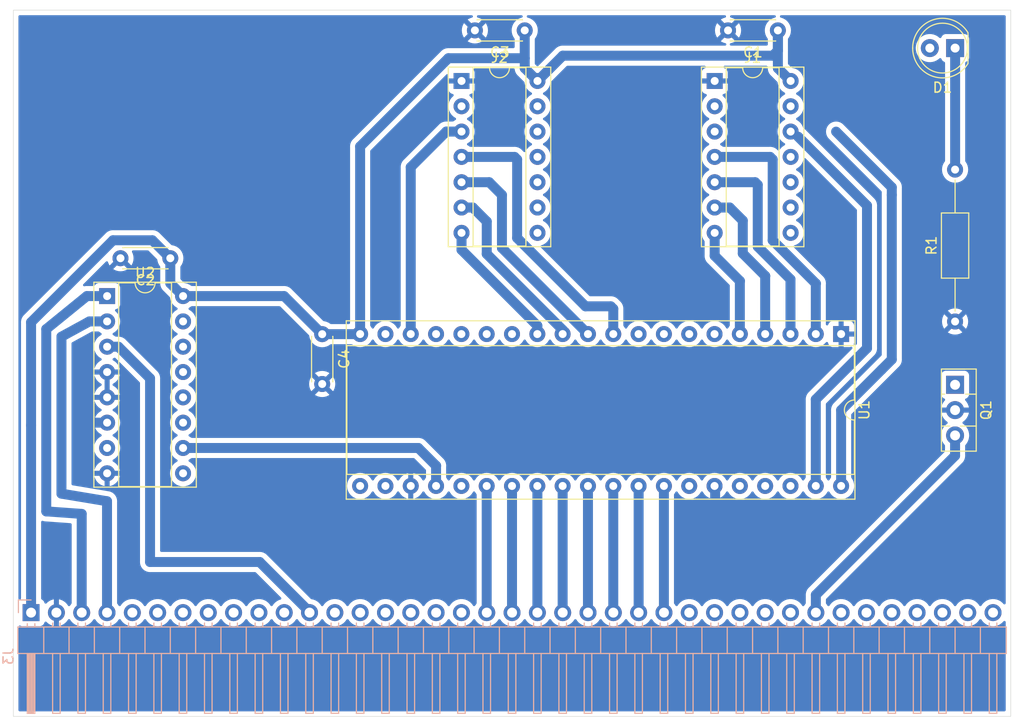
<source format=kicad_pcb>
(kicad_pcb (version 20211014) (generator pcbnew)
  (layers (0 "F.Cu" jumper) (31 "B.Cu" signal) (34 "B.Paste" user) (35 "F.Paste" user) (36 "B.SilkS" user "B.Silkscreen") (37 "F.SilkS" user "F.Silkscreen") (38 "B.Mask" user) (39 "F.Mask" user) (44 "Edge.Cuts" user))
  (net 0 "")
  (net 1 "Net-(D1-Pad1)")
  (net 2 "Net-(D1-Pad2)")
  (net 3 "GND")
  (net 4 "/PA4")
  (net 6 "/PA5")
  (net 7 "/CA1")
  (net 8 "/PA6")
  (net 9 "/PA0")
  (net 10 "/PA7")
  (net 11 "/PA1")
  (net 12 "/CA2")
  (net 13 "/PA2")
  (net 15 "/PA3")
  (net 16 "+5V")
  (net 17 "/PB3")
  (net 19 "/PB2")
  (net 20 "/CB2")
  (net 21 "/PB1")
  (net 22 "/PB7")
  (net 23 "/PB0")
  (net 24 "/PB6")
  (net 25 "/CB1")
  (net 26 "/PB5")
  (net 28 "/PB4")
  (net 29 "/A15")
  (net 30 "/A14")
  (net 38 "/A6")
  (net 41 "/A3")
  (net 42 "/A2")
  (net 43 "/A1")
  (net 44 "/A0")
  (net 45 "/D7")
  (net 46 "/D6")
  (net 47 "/D5")
  (net 48 "/D4")
  (net 49 "/D3")
  (net 50 "/D2")
  (net 51 "/D1")
  (net 52 "/D0")
  (net 53 "Net-(J3-Pad27)")
  (net 54 "Net-(J3-Pad28)")
  (net 55 "Net-(J3-Pad29)")
  (net 58 "Net-(J3-Pad32)")
  (net 60 "Net-(Q1-Pad1)")
  (net 74 "Net-(R2-Pad2)")
  (footprint "LED_THT:LED_D5.0mm" (layer "F.Cu") (at 147.325 103.378 180)
    (fp_text reference "D1" (at 1.27 -3.96) (layer "F.SilkS"))
    (fp_text value "LED")
    (pad "1" thru_hole rect (at 0 0 180) (size 1.8 1.8) (drill 0.9) (layers *.Cu *.Mask) (net 1 "Net-(D1-Pad1)"))
    (pad "2" thru_hole circle (at 2.54 0 180) (size 1.8 1.8) (drill 0.9) (layers *.Cu *.Mask) (net 2 "Net-(D1-Pad2)"))
  )
  (footprint "Package_DIP:DIP-14_W7.62mm_Socket" (layer "F.Cu") (at 97.8 106.675)
    (fp_text reference "J2" (at 3.81 -2.33) (layer "F.SilkS"))
    (fp_text value "port B")
    (pad "1" thru_hole rect (at 0 0) (size 1.6 1.6) (drill 0.8) (layers *.Cu *.Mask) (net 3 "GND"))
    (pad "2" thru_hole oval (at 0 2.54) (size 1.6 1.6) (drill 0.8) (layers *.Cu *.Mask))
    (pad "3" thru_hole oval (at 0 5.08) (size 1.6 1.6) (drill 0.8) (layers *.Cu *.Mask) (net 25 "/CB1"))
    (pad "4" thru_hole oval (at 0 7.62) (size 1.6 1.6) (drill 0.8) (layers *.Cu *.Mask) (net 23 "/PB0"))
    (pad "5" thru_hole oval (at 0 10.16) (size 1.6 1.6) (drill 0.8) (layers *.Cu *.Mask) (net 21 "/PB1"))
    (pad "6" thru_hole oval (at 0 12.7) (size 1.6 1.6) (drill 0.8) (layers *.Cu *.Mask) (net 19 "/PB2"))
    (pad "7" thru_hole oval (at 0 15.24) (size 1.6 1.6) (drill 0.8) (layers *.Cu *.Mask) (net 17 "/PB3"))
    (pad "8" thru_hole oval (at 7.62 15.24) (size 1.6 1.6) (drill 0.8) (layers *.Cu *.Mask) (net 28 "/PB4"))
    (pad "9" thru_hole oval (at 7.62 12.7) (size 1.6 1.6) (drill 0.8) (layers *.Cu *.Mask) (net 26 "/PB5"))
    (pad "10" thru_hole oval (at 7.62 10.16) (size 1.6 1.6) (drill 0.8) (layers *.Cu *.Mask) (net 24 "/PB6"))
    (pad "11" thru_hole oval (at 7.62 7.62) (size 1.6 1.6) (drill 0.8) (layers *.Cu *.Mask) (net 22 "/PB7"))
    (pad "12" thru_hole oval (at 7.62 5.08) (size 1.6 1.6) (drill 0.8) (layers *.Cu *.Mask) (net 20 "/CB2"))
    (pad "13" thru_hole oval (at 7.62 2.54) (size 1.6 1.6) (drill 0.8) (layers *.Cu *.Mask))
    (pad "14" thru_hole oval (at 7.62 0) (size 1.6 1.6) (drill 0.8) (layers *.Cu *.Mask) (net 16 "+5V"))
  )
  (footprint "Package_TO_SOT_THT:TO-126-3_Vertical" (layer "F.Cu") (at 147.32 137.16 -90)
    (fp_text reference "Q1" (at 2.54 -3.12 -90) (layer "F.SilkS"))
    (fp_text value "2SB817")
    (pad "1" thru_hole rect (at 0 0 270) (size 1.8 1.8) (drill 1) (layers *.Cu *.Mask) (net 60 "Net-(Q1-Pad1)"))
    (pad "2" thru_hole oval (at 2.54 0 270) (size 1.8 1.8) (drill 1) (layers *.Cu *.Mask) (net 3 "GND"))
    (pad "3" thru_hole oval (at 5.08 0 270) (size 1.8 1.8) (drill 1) (layers *.Cu *.Mask) (net 58 "Net-(J3-Pad32)"))
  )
  (footprint "Resistor_THT:R_Axial_DIN0207_L6.3mm_D2.5mm_P15.24mm_Horizontal" (layer "F.Cu") (at 147.32 130.81 90)
    (fp_text reference "R1" (at 7.62 -2.37 90) (layer "F.SilkS"))
    (fp_text value "R")
    (pad "1" thru_hole circle (at 0 0 90) (size 1.6 1.6) (drill 0.8) (layers *.Cu *.Mask) (net 3 "GND"))
    (pad "2" thru_hole oval (at 15.24 0 90) (size 1.6 1.6) (drill 0.8) (layers *.Cu *.Mask) (net 1 "Net-(D1-Pad1)"))
  )
  (footprint "Package_DIP:DIP-40_W15.24mm_Socket" (layer "F.Cu") (at 135.885 132.07 -90)
    (fp_text reference "U1" (at 7.62 -2.33 90) (layer "F.SilkS"))
    (fp_text value "W65C22")
    (pad "1" thru_hole rect (at 0 0 270) (size 1.6 1.6) (drill 0.8) (layers *.Cu *.Mask) (net 3 "GND"))
    (pad "2" thru_hole oval (at 0 2.54 270) (size 1.6 1.6) (drill 0.8) (layers *.Cu *.Mask) (net 9 "/PA0"))
    (pad "3" thru_hole oval (at 0 5.08 270) (size 1.6 1.6) (drill 0.8) (layers *.Cu *.Mask) (net 11 "/PA1"))
    (pad "4" thru_hole oval (at 0 7.62 270) (size 1.6 1.6) (drill 0.8) (layers *.Cu *.Mask) (net 13 "/PA2"))
    (pad "5" thru_hole oval (at 0 10.16 270) (size 1.6 1.6) (drill 0.8) (layers *.Cu *.Mask) (net 15 "/PA3"))
    (pad "6" thru_hole oval (at 0 12.7 270) (size 1.6 1.6) (drill 0.8) (layers *.Cu *.Mask) (net 4 "/PA4"))
    (pad "7" thru_hole oval (at 0 15.24 270) (size 1.6 1.6) (drill 0.8) (layers *.Cu *.Mask) (net 6 "/PA5"))
    (pad "8" thru_hole oval (at 0 17.78 270) (size 1.6 1.6) (drill 0.8) (layers *.Cu *.Mask) (net 8 "/PA6"))
    (pad "9" thru_hole oval (at 0 20.32 270) (size 1.6 1.6) (drill 0.8) (layers *.Cu *.Mask) (net 10 "/PA7"))
    (pad "10" thru_hole oval (at 0 22.86 270) (size 1.6 1.6) (drill 0.8) (layers *.Cu *.Mask) (net 23 "/PB0"))
    (pad "11" thru_hole oval (at 0 25.4 270) (size 1.6 1.6) (drill 0.8) (layers *.Cu *.Mask) (net 21 "/PB1"))
    (pad "12" thru_hole oval (at 0 27.94 270) (size 1.6 1.6) (drill 0.8) (layers *.Cu *.Mask) (net 19 "/PB2"))
    (pad "13" thru_hole oval (at 0 30.48 270) (size 1.6 1.6) (drill 0.8) (layers *.Cu *.Mask) (net 17 "/PB3"))
    (pad "14" thru_hole oval (at 0 33.02 270) (size 1.6 1.6) (drill 0.8) (layers *.Cu *.Mask) (net 28 "/PB4"))
    (pad "15" thru_hole oval (at 0 35.56 270) (size 1.6 1.6) (drill 0.8) (layers *.Cu *.Mask) (net 26 "/PB5"))
    (pad "16" thru_hole oval (at 0 38.1 270) (size 1.6 1.6) (drill 0.8) (layers *.Cu *.Mask) (net 24 "/PB6"))
    (pad "17" thru_hole oval (at 0 40.64 270) (size 1.6 1.6) (drill 0.8) (layers *.Cu *.Mask) (net 22 "/PB7"))
    (pad "18" thru_hole oval (at 0 43.18 270) (size 1.6 1.6) (drill 0.8) (layers *.Cu *.Mask) (net 25 "/CB1"))
    (pad "19" thru_hole oval (at 0 45.72 270) (size 1.6 1.6) (drill 0.8) (layers *.Cu *.Mask) (net 20 "/CB2"))
    (pad "20" thru_hole oval (at 0 48.26 270) (size 1.6 1.6) (drill 0.8) (layers *.Cu *.Mask) (net 16 "+5V"))
    (pad "21" thru_hole oval (at 15.24 48.26 270) (size 1.6 1.6) (drill 0.8) (layers *.Cu *.Mask) (net 60 "Net-(Q1-Pad1)"))
    (pad "22" thru_hole oval (at 15.24 45.72 270) (size 1.6 1.6) (drill 0.8) (layers *.Cu *.Mask) (net 54 "Net-(J3-Pad28)"))
    (pad "23" thru_hole oval (at 15.24 43.18 270) (size 1.6 1.6) (drill 0.8) (layers *.Cu *.Mask) (net 3 "GND"))
    (pad "24" thru_hole oval (at 15.24 40.64 270) (size 1.6 1.6) (drill 0.8) (layers *.Cu *.Mask) (net 2 "Net-(D1-Pad2)"))
    (pad "25" thru_hole oval (at 15.24 38.1 270) (size 1.6 1.6) (drill 0.8) (layers *.Cu *.Mask) (net 53 "Net-(J3-Pad27)"))
    (pad "26" thru_hole oval (at 15.24 35.56 270) (size 1.6 1.6) (drill 0.8) (layers *.Cu *.Mask) (net 45 "/D7"))
    (pad "27" thru_hole oval (at 15.24 33.02 270) (size 1.6 1.6) (drill 0.8) (layers *.Cu *.Mask) (net 46 "/D6"))
    (pad "28" thru_hole oval (at 15.24 30.48 270) (size 1.6 1.6) (drill 0.8) (layers *.Cu *.Mask) (net 47 "/D5"))
    (pad "29" thru_hole oval (at 15.24 27.94 270) (size 1.6 1.6) (drill 0.8) (layers *.Cu *.Mask) (net 48 "/D4"))
    (pad "30" thru_hole oval (at 15.24 25.4 270) (size 1.6 1.6) (drill 0.8) (layers *.Cu *.Mask) (net 49 "/D3"))
    (pad "31" thru_hole oval (at 15.24 22.86 270) (size 1.6 1.6) (drill 0.8) (layers *.Cu *.Mask) (net 50 "/D2"))
    (pad "32" thru_hole oval (at 15.24 20.32 270) (size 1.6 1.6) (drill 0.8) (layers *.Cu *.Mask) (net 51 "/D1"))
    (pad "33" thru_hole oval (at 15.24 17.78 270) (size 1.6 1.6) (drill 0.8) (layers *.Cu *.Mask) (net 52 "/D0"))
    (pad "34" thru_hole oval (at 15.24 15.24 270) (size 1.6 1.6) (drill 0.8) (layers *.Cu *.Mask) (net 55 "Net-(J3-Pad29)"))
    (pad "35" thru_hole oval (at 15.24 12.7 270) (size 1.6 1.6) (drill 0.8) (layers *.Cu *.Mask) (net 41 "/A3"))
    (pad "36" thru_hole oval (at 15.24 10.16 270) (size 1.6 1.6) (drill 0.8) (layers *.Cu *.Mask) (net 42 "/A2"))
    (pad "37" thru_hole oval (at 15.24 7.62 270) (size 1.6 1.6) (drill 0.8) (layers *.Cu *.Mask) (net 43 "/A1"))
    (pad "38" thru_hole oval (at 15.24 5.08 270) (size 1.6 1.6) (drill 0.8) (layers *.Cu *.Mask) (net 44 "/A0"))
    (pad "39" thru_hole oval (at 15.24 2.54 270) (size 1.6 1.6) (drill 0.8) (layers *.Cu *.Mask) (net 12 "/CA2"))
    (pad "40" thru_hole oval (at 15.24 0 270) (size 1.6 1.6) (drill 0.8) (layers *.Cu *.Mask) (net 7 "/CA1"))
  )
  (footprint "Package_DIP:DIP-16_W7.62mm_Socket" (layer "F.Cu") (at 62.24 128.26)
    (fp_text reference "U2" (at 3.81 -2.33) (layer "F.SilkS"))
    (fp_text value "74HC238")
    (pad "1" thru_hole rect (at 0 0) (size 1.6 1.6) (drill 0.8) (layers *.Cu *.Mask) (net 29 "/A15"))
    (pad "2" thru_hole oval (at 0 2.54) (size 1.6 1.6) (drill 0.8) (layers *.Cu *.Mask) (net 30 "/A14"))
    (pad "3" thru_hole oval (at 0 5.08) (size 1.6 1.6) (drill 0.8) (layers *.Cu *.Mask) (net 38 "/A6"))
    (pad "4" thru_hole oval (at 0 7.62) (size 1.6 1.6) (drill 0.8) (layers *.Cu *.Mask) (net 3 "GND"))
    (pad "5" thru_hole oval (at 0 10.16) (size 1.6 1.6) (drill 0.8) (layers *.Cu *.Mask) (net 3 "GND"))
    (pad "6" thru_hole oval (at 0 12.7) (size 1.6 1.6) (drill 0.8) (layers *.Cu *.Mask) (net 74 "Net-(R2-Pad2)"))
    (pad "7" thru_hole oval (at 0 15.24) (size 1.6 1.6) (drill 0.8) (layers *.Cu *.Mask))
    (pad "8" thru_hole oval (at 0 17.78) (size 1.6 1.6) (drill 0.8) (layers *.Cu *.Mask) (net 3 "GND"))
    (pad "9" thru_hole oval (at 7.62 17.78) (size 1.6 1.6) (drill 0.8) (layers *.Cu *.Mask))
    (pad "10" thru_hole oval (at 7.62 15.24) (size 1.6 1.6) (drill 0.8) (layers *.Cu *.Mask) (net 2 "Net-(D1-Pad2)"))
    (pad "11" thru_hole oval (at 7.62 12.7) (size 1.6 1.6) (drill 0.8) (layers *.Cu *.Mask))
    (pad "12" thru_hole oval (at 7.62 10.16) (size 1.6 1.6) (drill 0.8) (layers *.Cu *.Mask))
    (pad "13" thru_hole oval (at 7.62 7.62) (size 1.6 1.6) (drill 0.8) (layers *.Cu *.Mask))
    (pad "14" thru_hole oval (at 7.62 5.08) (size 1.6 1.6) (drill 0.8) (layers *.Cu *.Mask))
    (pad "15" thru_hole oval (at 7.62 2.54) (size 1.6 1.6) (drill 0.8) (layers *.Cu *.Mask))
    (pad "16" thru_hole oval (at 7.62 0) (size 1.6 1.6) (drill 0.8) (layers *.Cu *.Mask) (net 16 "+5V"))
  )
  (footprint "Package_DIP:DIP-14_W7.62mm_Socket" (layer "F.Cu") (at 123.2 106.675)
    (fp_text reference "J1" (at 3.81 -2.33) (layer "F.SilkS"))
    (fp_text value "port A")
    (pad "1" thru_hole rect locked (at 0 0) (size 1.6 1.6) (drill 0.8) (layers *.Cu *.Mask) (net 3 "GND"))
    (pad "2" thru_hole oval locked (at 0 2.54) (size 1.6 1.6) (drill 0.8) (layers *.Cu *.Mask))
    (pad "3" thru_hole oval locked (at 0 5.08) (size 1.6 1.6) (drill 0.8) (layers *.Cu *.Mask) (net 7 "/CA1"))
    (pad "4" thru_hole oval locked (at 0 7.62) (size 1.6 1.6) (drill 0.8) (layers *.Cu *.Mask) (net 9 "/PA0"))
    (pad "5" thru_hole oval locked (at 0 10.16) (size 1.6 1.6) (drill 0.8) (layers *.Cu *.Mask) (net 11 "/PA1"))
    (pad "6" thru_hole oval locked (at 0 12.7) (size 1.6 1.6) (drill 0.8) (layers *.Cu *.Mask) (net 13 "/PA2"))
    (pad "7" thru_hole oval locked (at 0 15.24) (size 1.6 1.6) (drill 0.8) (layers *.Cu *.Mask) (net 15 "/PA3"))
    (pad "8" thru_hole oval locked (at 7.62 15.24) (size 1.6 1.6) (drill 0.8) (layers *.Cu *.Mask) (net 4 "/PA4"))
    (pad "9" thru_hole oval locked (at 7.62 12.7) (size 1.6 1.6) (drill 0.8) (layers *.Cu *.Mask) (net 6 "/PA5"))
    (pad "10" thru_hole oval locked (at 7.62 10.16) (size 1.6 1.6) (drill 0.8) (layers *.Cu *.Mask) (net 8 "/PA6"))
    (pad "11" thru_hole oval locked (at 7.62 7.62) (size 1.6 1.6) (drill 0.8) (layers *.Cu *.Mask) (net 10 "/PA7"))
    (pad "12" thru_hole oval locked (at 7.62 5.08) (size 1.6 1.6) (drill 0.8) (layers *.Cu *.Mask) (net 12 "/CA2"))
    (pad "13" thru_hole oval locked (at 7.62 2.54) (size 1.6 1.6) (drill 0.8) (layers *.Cu *.Mask))
    (pad "14" thru_hole oval locked (at 7.62 0) (size 1.6 1.6) (drill 0.8) (layers *.Cu *.Mask) (net 16 "+5V"))
  )
  (footprint "Capacitor_THT:C_Disc_D4.3mm_W1.9mm_P5.00mm" (layer "F.Cu") (at 83.82 132.08 -90)
    (fp_text reference "C4" (at 2.5 -2.2 -270) (layer "F.SilkS"))
    (fp_text value "C")
    (pad "1" thru_hole circle (at 0 0 270) (size 1.6 1.6) (drill 0.8) (layers *.Cu *.Mask) (net 16 "+5V"))
    (pad "2" thru_hole circle (at 5 0 270) (size 1.6 1.6) (drill 0.8) (layers *.Cu *.Mask) (net 3 "GND"))
  )
  (footprint "Capacitor_THT:C_Disc_D4.3mm_W1.9mm_P5.00mm" (layer "F.Cu") (at 104.14 101.6 180)
    (fp_text reference "C3" (at 2.5 -2.2) (layer "F.SilkS"))
    (fp_text value "C")
    (pad "1" thru_hole circle (at 0 0 180) (size 1.6 1.6) (drill 0.8) (layers *.Cu *.Mask) (net 16 "+5V"))
    (pad "2" thru_hole circle (at 5 0 180) (size 1.6 1.6) (drill 0.8) (layers *.Cu *.Mask) (net 3 "GND"))
  )
  (footprint "Capacitor_THT:C_Disc_D4.3mm_W1.9mm_P5.00mm" (layer "F.Cu") (at 129.54 101.6 180)
    (fp_text reference "C1" (at 2.5 -2.2) (layer "F.SilkS"))
    (fp_text value "C")
    (pad "1" thru_hole circle (at 0 0 180) (size 1.6 1.6) (drill 0.8) (layers *.Cu *.Mask) (net 16 "+5V"))
    (pad "2" thru_hole circle (at 5 0 180) (size 1.6 1.6) (drill 0.8) (layers *.Cu *.Mask) (net 3 "GND"))
  )
  (footprint "Capacitor_THT:C_Disc_D4.3mm_W1.9mm_P5.00mm" (layer "F.Cu") (at 68.58 124.46 180)
    (fp_text reference "C2" (at 2.5 -2.2) (layer "F.SilkS"))
    (fp_text value "C")
    (pad "1" thru_hole circle (at 0 0 180) (size 1.6 1.6) (drill 0.8) (layers *.Cu *.Mask) (net 16 "+5V"))
    (pad "2" thru_hole circle (at 5 0 180) (size 1.6 1.6) (drill 0.8) (layers *.Cu *.Mask) (net 3 "GND"))
  )
  (footprint "Connector_PinHeader_2.54mm:PinHeader_1x39_P2.54mm_Horizontal" (layer "B.Cu") (at 54.61 160.02 -90)
    (fp_text reference "J3" (at 4.385 2.27 -90) (layer "B.SilkS") (effects (justify mirror)))
    (fp_text value "myBus")
    (pad "1" thru_hole rect (at 0 0 270) (size 1.7 1.7) (drill 1) (layers *.Cu *.Mask) (net 16 "+5V"))
    (pad "2" thru_hole oval (at 0 -2.54 270) (size 1.7 1.7) (drill 1) (layers *.Cu *.Mask) (net 3 "GND"))
    (pad "3" thru_hole oval (at 0 -5.08 270) (size 1.7 1.7) (drill 1) (layers *.Cu *.Mask) (net 29 "/A15"))
    (pad "4" thru_hole oval (at 0 -7.62 270) (size 1.7 1.7) (drill 1) (layers *.Cu *.Mask) (net 30 "/A14"))
    (pad "5" thru_hole oval (at 0 -10.16 270) (size 1.7 1.7) (drill 1) (layers *.Cu *.Mask))
    (pad "6" thru_hole oval (at 0 -12.7 270) (size 1.7 1.7) (drill 1) (layers *.Cu *.Mask))
    (pad "7" thru_hole oval (at 0 -15.24 270) (size 1.7 1.7) (drill 1) (layers *.Cu *.Mask))
    (pad "8" thru_hole oval (at 0 -17.78 270) (size 1.7 1.7) (drill 1) (layers *.Cu *.Mask))
    (pad "9" thru_hole oval (at 0 -20.32 270) (size 1.7 1.7) (drill 1) (layers *.Cu *.Mask))
    (pad "10" thru_hole oval (at 0 -22.86 270) (size 1.7 1.7) (drill 1) (layers *.Cu *.Mask))
    (pad "11" thru_hole oval (at 0 -25.4 270) (size 1.7 1.7) (drill 1) (layers *.Cu *.Mask))
    (pad "12" thru_hole oval (at 0 -27.94 270) (size 1.7 1.7) (drill 1) (layers *.Cu *.Mask) (net 38 "/A6"))
    (pad "13" thru_hole oval (at 0 -30.48 270) (size 1.7 1.7) (drill 1) (layers *.Cu *.Mask))
    (pad "14" thru_hole oval (at 0 -33.02 270) (size 1.7 1.7) (drill 1) (layers *.Cu *.Mask))
    (pad "15" thru_hole oval (at 0 -35.56 270) (size 1.7 1.7) (drill 1) (layers *.Cu *.Mask) (net 41 "/A3"))
    (pad "16" thru_hole oval (at 0 -38.1 270) (size 1.7 1.7) (drill 1) (layers *.Cu *.Mask) (net 42 "/A2"))
    (pad "17" thru_hole oval (at 0 -40.64 270) (size 1.7 1.7) (drill 1) (layers *.Cu *.Mask) (net 43 "/A1"))
    (pad "18" thru_hole oval (at 0 -43.18 270) (size 1.7 1.7) (drill 1) (layers *.Cu *.Mask) (net 44 "/A0"))
    (pad "19" thru_hole oval (at 0 -45.72 270) (size 1.7 1.7) (drill 1) (layers *.Cu *.Mask) (net 45 "/D7"))
    (pad "20" thru_hole oval (at 0 -48.26 270) (size 1.7 1.7) (drill 1) (layers *.Cu *.Mask) (net 46 "/D6"))
    (pad "21" thru_hole oval (at 0 -50.8 270) (size 1.7 1.7) (drill 1) (layers *.Cu *.Mask) (net 47 "/D5"))
    (pad "22" thru_hole oval (at 0 -53.34 270) (size 1.7 1.7) (drill 1) (layers *.Cu *.Mask) (net 48 "/D4"))
    (pad "23" thru_hole oval (at 0 -55.88 270) (size 1.7 1.7) (drill 1) (layers *.Cu *.Mask) (net 49 "/D3"))
    (pad "24" thru_hole oval (at 0 -58.42 270) (size 1.7 1.7) (drill 1) (layers *.Cu *.Mask) (net 50 "/D2"))
    (pad "25" thru_hole oval (at 0 -60.96 270) (size 1.7 1.7) (drill 1) (layers *.Cu *.Mask) (net 51 "/D1"))
    (pad "26" thru_hole oval (at 0 -63.5 270) (size 1.7 1.7) (drill 1) (layers *.Cu *.Mask) (net 52 "/D0"))
    (pad "27" thru_hole oval (at 0 -66.04 270) (size 1.7 1.7) (drill 1) (layers *.Cu *.Mask) (net 53 "Net-(J3-Pad27)"))
    (pad "28" thru_hole oval (at 0 -68.58 270) (size 1.7 1.7) (drill 1) (layers *.Cu *.Mask) (net 54 "Net-(J3-Pad28)"))
    (pad "29" thru_hole oval (at 0 -71.12 270) (size 1.7 1.7) (drill 1) (layers *.Cu *.Mask) (net 55 "Net-(J3-Pad29)"))
    (pad "30" thru_hole oval (at 0 -73.66 270) (size 1.7 1.7) (drill 1) (layers *.Cu *.Mask))
    (pad "31" thru_hole oval (at 0 -76.2 270) (size 1.7 1.7) (drill 1) (layers *.Cu *.Mask))
    (pad "32" thru_hole oval (at 0 -78.74 270) (size 1.7 1.7) (drill 1) (layers *.Cu *.Mask) (net 58 "Net-(J3-Pad32)"))
    (pad "33" thru_hole oval (at 0 -81.28 270) (size 1.7 1.7) (drill 1) (layers *.Cu *.Mask))
    (pad "34" thru_hole oval (at 0 -83.82 270) (size 1.7 1.7) (drill 1) (layers *.Cu *.Mask))
    (pad "35" thru_hole oval (at 0 -86.36 270) (size 1.7 1.7) (drill 1) (layers *.Cu *.Mask))
    (pad "36" thru_hole oval (at 0 -88.9 270) (size 1.7 1.7) (drill 1) (layers *.Cu *.Mask))
    (pad "37" thru_hole oval (at 0 -91.44 270) (size 1.7 1.7) (drill 1) (layers *.Cu *.Mask))
    (pad "38" thru_hole oval (at 0 -93.98 270) (size 1.7 1.7) (drill 1) (layers *.Cu *.Mask))
    (pad "39" thru_hole oval (at 0 -96.52 270) (size 1.7 1.7) (drill 1) (layers *.Cu *.Mask))
  )
  (gr_rect (start 152.908 170.434) (end 52.832 99.568) (layer "Edge.Cuts") (width 0.05) (fill none))
  (segment (start 147.325 103.378) (end 147.325 115.565) (width 1) (layer "B.Cu") (net 1))
  (segment (start 147.325 115.565) (end 147.32 115.57) (width 1) (layer "B.Cu") (net 1))
  (segment (start 95.25 145.288) (end 95.245 145.293) (width 1) (layer "B.Cu") (net 2))
  (segment (start 93.462 143.5) (end 95.25 145.288) (width 1) (layer "B.Cu") (net 2))
  (segment (start 95.245 145.293) (end 95.245 147.31) (width 1) (layer "B.Cu") (net 2))
  (segment (start 69.86 143.5) (end 93.462 143.5) (width 1) (layer "B.Cu") (net 2))
  (segment (start 140.97 118.11) (end 140.97 117.348) (width 1) (layer "B.Cu") (net 7))
  (segment (start 140.97 117.348) (end 135.382 111.76) (width 1) (layer "B.Cu") (net 7))
  (segment (start 135.885 147.31) (end 135.885 139.705) (width 1) (layer "B.Cu") (net 7))
  (segment (start 140.97 134.62) (end 140.97 118.11) (width 1) (layer "B.Cu") (net 7))
  (segment (start 139.954 135.636) (end 140.97 134.62) (width 1) (layer "B.Cu") (net 7))
  (segment (start 135.885 139.705) (end 139.954 135.636) (width 1) (layer "B.Cu") (net 7))
  (segment (start 123.2 114.295) (end 128.761 114.295) (width 1) (layer "B.Cu") (net 9))
  (segment (start 129.02 122.67) (end 133.35 127) (width 1) (layer "B.Cu") (net 9))
  (segment (start 129.02 114.554) (end 129.02 122.67) (width 1) (layer "B.Cu") (net 9))
  (segment (start 133.35 127) (end 133.345 127.005) (width 1) (layer "B.Cu") (net 9))
  (segment (start 128.761 114.295) (end 129.02 114.554) (width 1) (layer "B.Cu") (net 9))
  (segment (start 133.345 127.005) (end 133.345 132.07) (width 1) (layer "B.Cu") (net 9))
  (segment (start 127.52 123.29132) (end 130.805 126.57632) (width 1) (layer "B.Cu") (net 11))
  (segment (start 123.2 116.835) (end 127.261 116.835) (width 1) (layer "B.Cu") (net 11))
  (segment (start 127.52 117.094) (end 127.52 123.29132) (width 1) (layer "B.Cu") (net 11))
  (segment (start 130.805 126.57632) (end 130.805 132.07) (width 1) (layer "B.Cu") (net 11))
  (segment (start 127.261 116.835) (end 127.52 117.094) (width 1) (layer "B.Cu") (net 11))
  (segment (start 138.481368 119.177368) (end 131.572 112.268) (width 1) (layer "B.Cu") (net 12))
  (segment (start 138.481368 133.490001) (end 138.481368 119.177368) (width 1) (layer "B.Cu") (net 12))
  (segment (start 133.345 138.626369) (end 138.481368 133.490001) (width 1) (layer "B.Cu") (net 12))
  (segment (start 133.345 147.31) (end 133.345 138.626369) (width 1) (layer "B.Cu") (net 12))
  (segment (start 123.2 119.375) (end 124.709 119.375) (width 1) (layer "B.Cu") (net 13))
  (segment (start 126.02 123.988) (end 128.27 126.238) (width 1) (layer "B.Cu") (net 13))
  (segment (start 124.709 119.375) (end 126.02 120.686) (width 1) (layer "B.Cu") (net 13))
  (segment (start 128.265 126.243) (end 128.265 132.07) (width 1) (layer "B.Cu") (net 13))
  (segment (start 126.02 120.686) (end 126.02 123.988) (width 1) (layer "B.Cu") (net 13))
  (segment (start 128.27 126.238) (end 128.265 126.243) (width 1) (layer "B.Cu") (net 13))
  (segment (start 125.725 126.751) (end 125.725 132.07) (width 1) (layer "B.Cu") (net 15))
  (segment (start 123.2 121.915) (end 123.2 124.216) (width 1) (layer "B.Cu") (net 15))
  (segment (start 123.2 124.216) (end 125.73 126.746) (width 1) (layer "B.Cu") (net 15))
  (segment (start 125.73 126.746) (end 125.725 126.751) (width 1) (layer "B.Cu") (net 15))
  (segment (start 129.032 104.14) (end 129.54 103.632) (width 1) (layer "B.Cu") (net 16))
  (segment (start 105.42 106.675) (end 107.955 104.14) (width 1) (layer "B.Cu") (net 16))
  (segment (start 96.481 104.394) (end 104.14 104.394) (width 1) (layer "B.Cu") (net 16))
  (segment (start 54.61 130.884415) (end 62.834415 122.66) (width 1) (layer "B.Cu") (net 16))
  (segment (start 54.61 141.224) (end 54.61 130.884415) (width 1) (layer "B.Cu") (net 16))
  (segment (start 104.14 104.394) (end 104.14 105.395) (width 1) (layer "B.Cu") (net 16))
  (segment (start 54.61 160.02) (end 54.61 141.224) (width 1) (layer "B.Cu") (net 16))
  (segment (start 87.615 132.08) (end 87.625 132.07) (width 1) (layer "B.Cu") (net 16))
  (segment (start 87.625 132.07) (end 87.625 113.25) (width 1) (layer "B.Cu") (net 16))
  (segment (start 104.14 101.6) (end 104.14 104.394) (width 1) (layer "B.Cu") (net 16))
  (segment (start 66.78 122.66) (end 68.58 124.46) (width 1) (layer "B.Cu") (net 16))
  (segment (start 69.86 128.26) (end 80 128.26) (width 1) (layer "B.Cu") (net 16))
  (segment (start 68.58 126.98) (end 69.86 128.26) (width 1) (layer "B.Cu") (net 16))
  (segment (start 129.54 105.395) (end 130.82 106.675) (width 1) (layer "B.Cu") (net 16))
  (segment (start 87.625 113.25) (end 96.481 104.394) (width 1) (layer "B.Cu") (net 16))
  (segment (start 83.82 132.08) (end 87.615 132.08) (width 1) (layer "B.Cu") (net 16))
  (segment (start 129.54 103.632) (end 129.54 101.6) (width 1) (layer "B.Cu") (net 16))
  (segment (start 129.54 101.6) (end 129.54 105.395) (width 1) (layer "B.Cu") (net 16))
  (segment (start 104.14 105.395) (end 105.42 106.675) (width 1) (layer "B.Cu") (net 16))
  (segment (start 107.955 104.14) (end 129.032 104.14) (width 1) (layer "B.Cu") (net 16))
  (segment (start 62.834415 122.66) (end 66.78 122.66) (width 1) (layer "B.Cu") (net 16))
  (segment (start 80 128.26) (end 83.82 132.08) (width 1) (layer "B.Cu") (net 16))
  (segment (start 68.58 124.46) (end 68.58 126.98) (width 1) (layer "B.Cu") (net 16))
  (segment (start 97.8 123.622055) (end 97.8 121.915) (width 1) (layer "B.Cu") (net 17))
  (segment (start 105.405 131.227055) (end 97.8 123.622055) (width 1) (layer "B.Cu") (net 17))
  (segment (start 105.405 132.07) (end 105.405 131.227055) (width 1) (layer "B.Cu") (net 17))
  (segment (start 97.8 119.375) (end 98.93137 119.375) (width 1) (layer "B.Cu") (net 19))
  (segment (start 107.945 131.645735) (end 107.945 132.07) (width 1) (layer "B.Cu") (net 19))
  (segment (start 100.33 120.77363) (end 100.33 124.030735) (width 1) (layer "B.Cu") (net 19))
  (segment (start 98.93137 119.375) (end 100.33 120.77363) (width 1) (layer "B.Cu") (net 19))
  (segment (start 100.33 124.030735) (end 107.945 131.645735) (width 1) (layer "B.Cu") (net 19))
  (segment (start 110.485 132.07) (end 110.485 132.064415) (width 1) (layer "B.Cu") (net 21))
  (segment (start 101.854 123.433415) (end 101.854 118.11) (width 1) (layer "B.Cu") (net 21))
  (segment (start 100.579 116.835) (end 97.8 116.835) (width 1) (layer "B.Cu") (net 21))
  (segment (start 110.485 132.064415) (end 101.854 123.433415) (width 1) (layer "B.Cu") (net 21))
  (segment (start 101.854 118.11) (end 100.579 116.835) (width 1) (layer "B.Cu") (net 21))
  (segment (start 112.776 129.286) (end 113.025 129.535) (width 1) (layer "B.Cu") (net 23))
  (segment (start 110.236 129.286) (end 112.776 129.286) (width 1) (layer "B.Cu") (net 23))
  (segment (start 103.378 122.428) (end 110.236 129.286) (width 1) (layer "B.Cu") (net 23))
  (segment (start 103.378 114.554) (end 103.378 122.428) (width 1) (layer "B.Cu") (net 23))
  (segment (start 103.119 114.295) (end 103.378 114.554) (width 1) (layer "B.Cu") (net 23))
  (segment (start 113.025 129.535) (end 113.025 132.07) (width 1) (layer "B.Cu") (net 23))
  (segment (start 97.8 114.295) (end 103.119 114.295) (width 1) (layer "B.Cu") (net 23))
  (segment (start 96.271 111.755) (end 97.8 111.755) (width 1) (layer "B.Cu") (net 25))
  (segment (start 92.705 115.321) (end 96.271 111.755) (width 1) (layer "B.Cu") (net 25))
  (segment (start 92.705 132.07) (end 92.705 115.321) (width 1) (layer "B.Cu") (net 25))
  (segment (start 59.69 150.114) (end 59.69 160.02) (width 1) (layer "B.Cu") (net 29))
  (segment (start 60.208 128.26) (end 62.24 128.26) (width 1) (layer "B.Cu") (net 29))
  (segment (start 56.134 131.572) (end 60.208 128.26) (width 1) (layer "B.Cu") (net 29))
  (segment (start 56.134 149.86) (end 56.134 131.572) (width 1) (layer "B.Cu") (net 29))
  (segment (start 59.69 150.114) (end 56.134 149.86) (width 1) (layer "B.Cu") (net 29))
  (segment (start 60.462 130.8) (end 62.24 130.8) (width 1) (layer "B.Cu") (net 30))
  (segment (start 62.23 160.02) (end 62.23 148.844) (width 1) (layer "B.Cu") (net 30))
  (segment (start 57.658 132.334) (end 60.462 130.8) (width 1) (layer "B.Cu") (net 30))
  (segment (start 62.23 148.844) (end 57.658 148.082) (width 1) (layer "B.Cu") (net 30))
  (segment (start 57.658 148.082) (end 57.658 132.334) (width 1) (layer "B.Cu") (net 30))
  (segment (start 77.546296 154.94) (end 66.548 154.94) (width 1) (layer "B.Cu") (net 38))
  (segment (start 66.548 136.51663) (end 63.37137 133.34) (width 1) (layer "B.Cu") (net 38))
  (segment (start 82.55 160.02) (end 82.55 159.943704) (width 1) (layer "B.Cu") (net 38))
  (segment (start 66.548 154.94) (end 66.548 136.51663) (width 1) (layer "B.Cu") (net 38))
  (segment (start 82.55 159.943704) (end 77.546296 154.94) (width 1) (layer "B.Cu") (net 38))
  (segment (start 63.37137 133.34) (end 62.24 133.34) (width 1) (layer "B.Cu") (net 38))
  (segment (start 123.245733 154.167411) (end 123.245733 147.370733) (width 1) (layer "B.Cu") (net 41))
  (segment (start 123.245733 147.370733) (end 123.185 147.31) (width 1) (layer "B.Cu") (net 41))
  (segment (start 100.325 160.015) (end 100.33 160.02) (width 1) (layer "B.Cu") (net 45))
  (segment (start 100.325 147.31) (end 100.325 160.015) (width 1) (layer "B.Cu") (net 45))
  (segment (start 102.865 160.015) (end 102.87 160.02) (width 1) (layer "B.Cu") (net 46))
  (segment (start 102.865 147.31) (end 102.865 160.015) (width 1) (layer "B.Cu") (net 46))
  (segment (start 105.41 147.315) (end 105.405 147.31) (width 1) (layer "B.Cu") (net 47))
  (segment (start 105.41 160.02) (end 105.41 147.315) (width 1) (layer "B.Cu") (net 47))
  (segment (start 107.945 147.31) (end 107.945 160.015) (width 1) (layer "B.Cu") (net 48))
  (segment (start 107.945 160.015) (end 107.95 160.02) (width 1) (layer "B.Cu") (net 48))
  (segment (start 110.485 160.015) (end 110.49 160.02) (width 1) (layer "B.Cu") (net 49))
  (segment (start 110.485 147.31) (end 110.485 160.015) (width 1) (layer "B.Cu") (net 49))
  (segment (start 113.025 160.015) (end 113.03 160.02) (width 1) (layer "B.Cu") (net 50))
  (segment (start 113.025 147.31) (end 113.025 160.015) (width 1) (layer "B.Cu") (net 50))
  (segment (start 115.57 160.02) (end 115.57 147.315) (width 1) (layer "B.Cu") (net 51))
  (segment (start 115.57 147.315) (end 115.565 147.31) (width 1) (layer "B.Cu") (net 51))
  (segment (start 118.105 160.015) (end 118.11 160.02) (width 1) (layer "B.Cu") (net 52))
  (segment (start 118.105 147.31) (end 118.105 160.015) (width 1) (layer "B.Cu") (net 52))
  (segment (start 147.32 144.272) (end 147.32 142.24) (width 1) (layer "B.Cu") (net 58))
  (segment (start 133.35 158.242) (end 147.32 144.272) (width 1) (layer "B.Cu") (net 58))
  (segment (start 133.35 160.02) (end 133.35 158.242) (width 1) (layer "B.Cu") (net 58))
  (segment (start 62.24 140.96) (end 59.533889 140.96) (width 1) (layer "B.Cu") (net 74))
  (segment (start 59.533889 140.96) (end 59.483768 141.010121) (width 1) (layer "B.Cu") (net 74))
  (zone (net 3) (net_name "GND") (layer "B.Cu") (connect_pads (clearance 0.508)) (min_thickness 0.254) (fill yes (thermal_gap 0.508) (thermal_bridge_width 0.508))
    (polygon (pts (xy 152.908 170.434) (xy 52.832 170.434) (xy 52.832 99.568) (xy 152.654 99.568)))
  )
)
</source>
